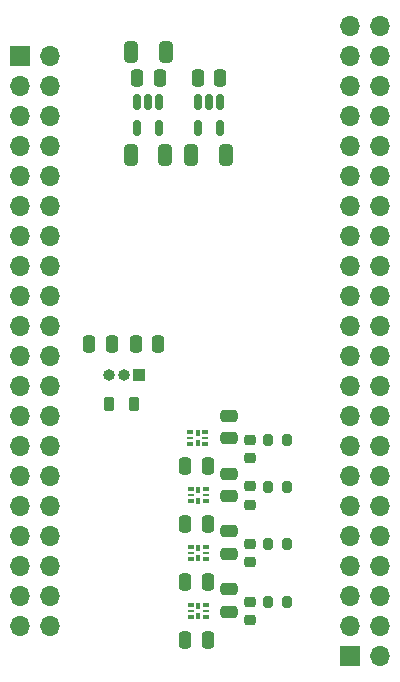
<source format=gts>
%TF.GenerationSoftware,KiCad,Pcbnew,(6.0.5)*%
%TF.CreationDate,2025-06-10T19:53:23+02:00*%
%TF.ProjectId,LandShark_ADC_Bridge,4c616e64-5368-4617-926b-5f4144435f42,rev?*%
%TF.SameCoordinates,Original*%
%TF.FileFunction,Soldermask,Top*%
%TF.FilePolarity,Negative*%
%FSLAX46Y46*%
G04 Gerber Fmt 4.6, Leading zero omitted, Abs format (unit mm)*
G04 Created by KiCad (PCBNEW (6.0.5)) date 2025-06-10 19:53:23*
%MOMM*%
%LPD*%
G01*
G04 APERTURE LIST*
G04 Aperture macros list*
%AMRoundRect*
0 Rectangle with rounded corners*
0 $1 Rounding radius*
0 $2 $3 $4 $5 $6 $7 $8 $9 X,Y pos of 4 corners*
0 Add a 4 corners polygon primitive as box body*
4,1,4,$2,$3,$4,$5,$6,$7,$8,$9,$2,$3,0*
0 Add four circle primitives for the rounded corners*
1,1,$1+$1,$2,$3*
1,1,$1+$1,$4,$5*
1,1,$1+$1,$6,$7*
1,1,$1+$1,$8,$9*
0 Add four rect primitives between the rounded corners*
20,1,$1+$1,$2,$3,$4,$5,0*
20,1,$1+$1,$4,$5,$6,$7,0*
20,1,$1+$1,$6,$7,$8,$9,0*
20,1,$1+$1,$8,$9,$2,$3,0*%
G04 Aperture macros list end*
%ADD10RoundRect,0.200000X0.200000X0.275000X-0.200000X0.275000X-0.200000X-0.275000X0.200000X-0.275000X0*%
%ADD11RoundRect,0.250000X-0.250000X-0.475000X0.250000X-0.475000X0.250000X0.475000X-0.250000X0.475000X0*%
%ADD12RoundRect,0.225000X0.250000X-0.225000X0.250000X0.225000X-0.250000X0.225000X-0.250000X-0.225000X0*%
%ADD13R,1.000000X1.000000*%
%ADD14O,1.000000X1.000000*%
%ADD15RoundRect,0.250000X-0.475000X0.250000X-0.475000X-0.250000X0.475000X-0.250000X0.475000X0.250000X0*%
%ADD16R,0.580000X0.300000*%
%ADD17R,0.580000X0.250000*%
%ADD18R,0.350000X0.630000*%
%ADD19RoundRect,0.250000X0.325000X0.650000X-0.325000X0.650000X-0.325000X-0.650000X0.325000X-0.650000X0*%
%ADD20RoundRect,0.250000X0.250000X0.475000X-0.250000X0.475000X-0.250000X-0.475000X0.250000X-0.475000X0*%
%ADD21RoundRect,0.150000X-0.150000X0.512500X-0.150000X-0.512500X0.150000X-0.512500X0.150000X0.512500X0*%
%ADD22RoundRect,0.218750X-0.218750X-0.381250X0.218750X-0.381250X0.218750X0.381250X-0.218750X0.381250X0*%
%ADD23R,1.700000X1.700000*%
%ADD24O,1.700000X1.700000*%
G04 APERTURE END LIST*
D10*
%TO.C,R2*%
X158375000Y-107950000D03*
X156725000Y-107950000D03*
%TD*%
D11*
%TO.C,C11*%
X149750000Y-124850000D03*
X151650000Y-124850000D03*
%TD*%
D12*
%TO.C,C13*%
X155250000Y-109475000D03*
X155250000Y-107925000D03*
%TD*%
D13*
%TO.C,J3*%
X145800000Y-102400000D03*
D14*
X144530000Y-102400000D03*
X143260000Y-102400000D03*
%TD*%
D15*
%TO.C,C19*%
X153450000Y-120550000D03*
X153450000Y-122450000D03*
%TD*%
D16*
%TO.C,U2*%
X150200000Y-107215000D03*
D17*
X150200000Y-107715000D03*
D16*
X150200000Y-108215000D03*
D18*
X150835000Y-108150000D03*
D16*
X151470000Y-108215000D03*
D17*
X151470000Y-107715000D03*
D16*
X151470000Y-107215000D03*
D18*
X150835000Y-107280000D03*
%TD*%
D16*
%TO.C,U4*%
X150202500Y-121900000D03*
D17*
X150202500Y-122400000D03*
D16*
X150202500Y-122900000D03*
D18*
X150837500Y-122835000D03*
D16*
X151472500Y-122900000D03*
D17*
X151472500Y-122400000D03*
D16*
X151472500Y-121900000D03*
D18*
X150837500Y-121965000D03*
%TD*%
D15*
%TO.C,C16*%
X153450000Y-115650000D03*
X153450000Y-117550000D03*
%TD*%
D11*
%TO.C,C9*%
X149750000Y-110150000D03*
X151650000Y-110150000D03*
%TD*%
D19*
%TO.C,C1*%
X148125000Y-75100000D03*
X145175000Y-75100000D03*
%TD*%
D20*
%TO.C,C6*%
X143550000Y-99825000D03*
X141650000Y-99825000D03*
%TD*%
D10*
%TO.C,R3*%
X158375000Y-111850000D03*
X156725000Y-111850000D03*
%TD*%
D15*
%TO.C,C18*%
X153450000Y-110750000D03*
X153450000Y-112650000D03*
%TD*%
D10*
%TO.C,R1*%
X158375000Y-116750000D03*
X156725000Y-116750000D03*
%TD*%
D12*
%TO.C,C15*%
X155250000Y-123175000D03*
X155250000Y-121625000D03*
%TD*%
D20*
%TO.C,C3*%
X152700000Y-77300000D03*
X150800000Y-77300000D03*
%TD*%
D11*
%TO.C,C10*%
X149750000Y-115050000D03*
X151650000Y-115050000D03*
%TD*%
D21*
%TO.C,U5*%
X147550000Y-79262500D03*
X146600000Y-79262500D03*
X145650000Y-79262500D03*
X145650000Y-81537500D03*
X147550000Y-81537500D03*
%TD*%
D11*
%TO.C,C7*%
X145550000Y-99825000D03*
X147450000Y-99825000D03*
%TD*%
D16*
%TO.C,U3*%
X150202500Y-112100000D03*
D17*
X150202500Y-112600000D03*
D16*
X150202500Y-113100000D03*
D18*
X150837500Y-113035000D03*
D16*
X151472500Y-113100000D03*
D17*
X151472500Y-112600000D03*
D16*
X151472500Y-112100000D03*
D18*
X150837500Y-112165000D03*
%TD*%
D11*
%TO.C,C8*%
X149750000Y-119950000D03*
X151650000Y-119950000D03*
%TD*%
D21*
%TO.C,U6*%
X152700000Y-79262500D03*
X151750000Y-79262500D03*
X150800000Y-79262500D03*
X150800000Y-81537500D03*
X152700000Y-81537500D03*
%TD*%
D15*
%TO.C,C17*%
X153450000Y-105850000D03*
X153450000Y-107750000D03*
%TD*%
D16*
%TO.C,U1*%
X150202500Y-117000000D03*
D17*
X150202500Y-117500000D03*
D16*
X150202500Y-118000000D03*
D18*
X150837500Y-117935000D03*
D16*
X151472500Y-118000000D03*
D17*
X151472500Y-117500000D03*
D16*
X151472500Y-117000000D03*
D18*
X150837500Y-117065000D03*
%TD*%
D19*
%TO.C,C4*%
X148075000Y-83750000D03*
X145125000Y-83750000D03*
%TD*%
D10*
%TO.C,R4*%
X158375000Y-121650000D03*
X156725000Y-121650000D03*
%TD*%
D22*
%TO.C,L1*%
X143287500Y-104900000D03*
X145412500Y-104900000D03*
%TD*%
D12*
%TO.C,C12*%
X155250000Y-118275000D03*
X155250000Y-116725000D03*
%TD*%
%TO.C,C14*%
X155250000Y-113375000D03*
X155250000Y-111825000D03*
%TD*%
D20*
%TO.C,C2*%
X147600000Y-77300000D03*
X145700000Y-77300000D03*
%TD*%
D19*
%TO.C,C5*%
X153225000Y-83750000D03*
X150275000Y-83750000D03*
%TD*%
D23*
%TO.C,J2*%
X163725000Y-126175000D03*
D24*
X166265000Y-126175000D03*
X163725000Y-123635000D03*
X166265000Y-123635000D03*
X163725000Y-121095000D03*
X166265000Y-121095000D03*
X163725000Y-118555000D03*
X166265000Y-118555000D03*
X163725000Y-116015000D03*
X166265000Y-116015000D03*
X163725000Y-113475000D03*
X166265000Y-113475000D03*
X163725000Y-110935000D03*
X166265000Y-110935000D03*
X163725000Y-108395000D03*
X166265000Y-108395000D03*
X163725000Y-105855000D03*
X166265000Y-105855000D03*
X163725000Y-103315000D03*
X166265000Y-103315000D03*
X163725000Y-100775000D03*
X166265000Y-100775000D03*
X163725000Y-98235000D03*
X166265000Y-98235000D03*
X163725000Y-95695000D03*
X166265000Y-95695000D03*
X163725000Y-93155000D03*
X166265000Y-93155000D03*
X163725000Y-90615000D03*
X166265000Y-90615000D03*
X163725000Y-88075000D03*
X166265000Y-88075000D03*
X163725000Y-85535000D03*
X166265000Y-85535000D03*
X163725000Y-82995000D03*
X166265000Y-82995000D03*
X163725000Y-80455000D03*
X166265000Y-80455000D03*
X163725000Y-77915000D03*
X166265000Y-77915000D03*
X163725000Y-75375000D03*
X166265000Y-75375000D03*
X163725000Y-72835000D03*
X166265000Y-72835000D03*
%TD*%
D23*
%TO.C,J1*%
X135730000Y-75370000D03*
D24*
X138270000Y-75370000D03*
X135730000Y-77910000D03*
X138270000Y-77910000D03*
X135730000Y-80450000D03*
X138270000Y-80450000D03*
X135730000Y-82990000D03*
X138270000Y-82990000D03*
X135730000Y-85530000D03*
X138270000Y-85530000D03*
X135730000Y-88070000D03*
X138270000Y-88070000D03*
X135730000Y-90610000D03*
X138270000Y-90610000D03*
X135730000Y-93150000D03*
X138270000Y-93150000D03*
X135730000Y-95690000D03*
X138270000Y-95690000D03*
X135730000Y-98230000D03*
X138270000Y-98230000D03*
X135730000Y-100770000D03*
X138270000Y-100770000D03*
X135730000Y-103310000D03*
X138270000Y-103310000D03*
X135730000Y-105850000D03*
X138270000Y-105850000D03*
X135730000Y-108390000D03*
X138270000Y-108390000D03*
X135730000Y-110930000D03*
X138270000Y-110930000D03*
X135730000Y-113470000D03*
X138270000Y-113470000D03*
X135730000Y-116010000D03*
X138270000Y-116010000D03*
X135730000Y-118550000D03*
X138270000Y-118550000D03*
X135730000Y-121090000D03*
X138270000Y-121090000D03*
X135730000Y-123630000D03*
X138270000Y-123630000D03*
%TD*%
M02*

</source>
